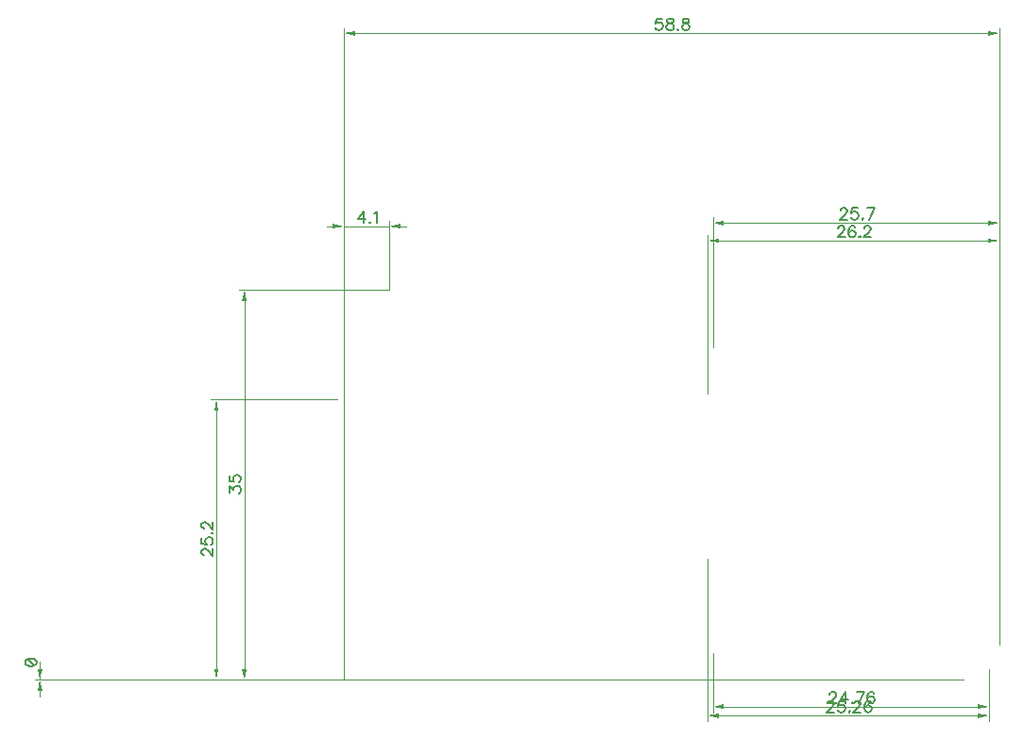
<source format=gbr>
G04 DipTrace 3.1.0.1*
G04 TPA3128D2route.TopDimension.gbr*
%MOIN*%
G04 #@! TF.FileFunction,Drawing,Top*
G04 #@! TF.Part,Single*
%ADD13C,0.001378*%
%ADD71C,0.006176*%
%FSLAX26Y26*%
G04*
G70*
G90*
G75*
G01*
G04 TopDimension*
%LPD*%
X520000Y394016D2*
D13*
X-570551D1*
X2708976D2*
X-570551D1*
X-550866D2*
D3*
Y453071D2*
Y433386D1*
G36*
Y394016D2*
X-558740Y433386D1*
X-542992D1*
X-550866Y394016D1*
G37*
Y334961D2*
D13*
Y354646D1*
G36*
Y394016D2*
X-542992Y354646D1*
X-558740D1*
X-550866Y394016D1*
G37*
Y460180D2*
D13*
Y394016D1*
X520000D2*
Y2697165D1*
X2834961Y520000D2*
Y2697165D1*
X1677480Y2677480D2*
X559370D1*
G36*
X520000D2*
X559370Y2685354D1*
Y2669606D1*
X520000Y2677480D1*
G37*
X1677480D2*
D13*
X2795591D1*
G36*
X2834961D2*
X2795591Y2669606D1*
Y2685354D1*
X2834961Y2677480D1*
G37*
X496378Y1386142D2*
D13*
X51496D1*
X2708976Y394016D2*
X51496D1*
X71181Y890079D2*
Y1346772D1*
G36*
Y1386142D2*
X79055Y1346772D1*
X63307D1*
X71181Y1386142D1*
G37*
Y890079D2*
D13*
Y433386D1*
G36*
Y394016D2*
X63307Y433386D1*
X79055D1*
X71181Y394016D1*
G37*
X681417Y1771969D2*
D13*
X149921D1*
X520000Y394016D2*
X149921D1*
X169606Y1082992D2*
Y1732598D1*
G36*
Y1771969D2*
X177480Y1732598D1*
X161732D1*
X169606Y1771969D1*
G37*
Y1082992D2*
D13*
Y433386D1*
G36*
Y394016D2*
X161732Y433386D1*
X177480D1*
X169606Y394016D1*
G37*
X681417Y1771969D2*
D13*
Y2016063D1*
X520000Y394016D2*
Y2016063D1*
Y1996378D2*
X681417D1*
X460945D2*
X480630D1*
G36*
X520000D2*
X480630Y1988504D1*
Y2004252D1*
X520000Y1996378D1*
G37*
X740472D2*
D13*
X720787D1*
G36*
X681417D2*
X720787Y2004252D1*
Y1988504D1*
X681417Y1996378D1*
G37*
X1823150Y1567244D2*
D13*
Y2027874D1*
X2834961Y520000D2*
Y2027874D1*
X2329055Y2008189D2*
X1862520D1*
G36*
X1823150D2*
X1862520Y2016063D1*
Y2000315D1*
X1823150Y2008189D1*
G37*
X2329055D2*
D13*
X2795591D1*
G36*
X2834961D2*
X2795591Y2000315D1*
Y2016063D1*
X2834961Y2008189D1*
G37*
X1823150Y488504D2*
D13*
Y279843D1*
X2798060Y430916D2*
Y279843D1*
X2310605Y299528D2*
X1862520D1*
G36*
X1823150D2*
X1862520Y307402D1*
Y291654D1*
X1823150Y299528D1*
G37*
X2310605D2*
D13*
X2758690D1*
G36*
X2798060D2*
X2758690Y291654D1*
Y307402D1*
X2798060Y299528D1*
G37*
X1803465Y823150D2*
D13*
Y248346D1*
X2798060Y430916D2*
Y248346D1*
X2300762Y268031D2*
X1842835D1*
G36*
X1803465D2*
X1842835Y275906D1*
Y260157D1*
X1803465Y268031D1*
G37*
X2300762D2*
D13*
X2758690D1*
G36*
X2798060D2*
X2758690Y260157D1*
Y275906D1*
X2798060Y268031D1*
G37*
X1803465Y1405827D2*
D13*
Y1964882D1*
X2834961Y520000D2*
Y1964882D1*
X2319213Y1945197D2*
X1842835D1*
G36*
X1803465D2*
X1842835Y1953071D1*
Y1937323D1*
X1803465Y1945197D1*
G37*
X2319213D2*
D13*
X2795591D1*
G36*
X2834961D2*
X2795591Y1937323D1*
Y1953071D1*
X2834961Y1945197D1*
G37*
X-603225Y454145D2*
D71*
X-601323Y448397D1*
X-595575Y444551D1*
X-586025Y442649D1*
X-580277D1*
X-570726Y444551D1*
X-564978Y448397D1*
X-563077Y454145D1*
Y457948D1*
X-564978Y463696D1*
X-570726Y467499D1*
X-580277Y469444D1*
X-586025D1*
X-595575Y467499D1*
X-601323Y463696D1*
X-603225Y457948D1*
Y454145D1*
X-595575Y467499D2*
X-570726Y444551D1*
X1642918Y2729839D2*
X1623817D1*
X1621915Y2712639D1*
X1623817Y2714540D1*
X1629565Y2716486D1*
X1635269D1*
X1641017Y2714540D1*
X1644863Y2710738D1*
X1646765Y2704990D1*
Y2701187D1*
X1644863Y2695439D1*
X1641017Y2691592D1*
X1635269Y2689691D1*
X1629565D1*
X1623817Y2691592D1*
X1621915Y2693538D1*
X1619970Y2697340D1*
X1668667Y2729839D2*
X1662963Y2727938D1*
X1661017Y2724135D1*
Y2720288D1*
X1662963Y2716486D1*
X1666765Y2714540D1*
X1674415Y2712639D1*
X1680163Y2710738D1*
X1683965Y2706891D1*
X1685866Y2703088D1*
Y2697340D1*
X1683965Y2693538D1*
X1682064Y2691592D1*
X1676316Y2689691D1*
X1668667D1*
X1662963Y2691592D1*
X1661017Y2693538D1*
X1659116Y2697340D1*
Y2703088D1*
X1661017Y2706891D1*
X1664864Y2710738D1*
X1670568Y2712639D1*
X1678217Y2714540D1*
X1682064Y2716486D1*
X1683965Y2720288D1*
Y2724135D1*
X1682064Y2727938D1*
X1676316Y2729839D1*
X1668667D1*
X1700119Y2693538D2*
X1698218Y2691592D1*
X1700119Y2689691D1*
X1702065Y2691592D1*
X1700119Y2693538D1*
X1723967Y2729839D2*
X1718263Y2727938D1*
X1716317Y2724135D1*
Y2720288D1*
X1718263Y2716486D1*
X1722065Y2714540D1*
X1729715Y2712639D1*
X1735463Y2710738D1*
X1739265Y2706891D1*
X1741166Y2703088D1*
Y2697340D1*
X1739265Y2693538D1*
X1737364Y2691592D1*
X1731616Y2689691D1*
X1723967D1*
X1718263Y2691592D1*
X1716317Y2693538D1*
X1714416Y2697340D1*
Y2703088D1*
X1716317Y2706891D1*
X1720164Y2710738D1*
X1725868Y2712639D1*
X1733517Y2714540D1*
X1737364Y2716486D1*
X1739265Y2720288D1*
Y2724135D1*
X1737364Y2727938D1*
X1731616Y2729839D1*
X1723967D1*
X28373Y834470D2*
X26472D1*
X22625Y836371D1*
X20724Y838272D1*
X18823Y842119D1*
Y849768D1*
X20724Y853571D1*
X22625Y855472D1*
X26472Y857418D1*
X30274D1*
X34121Y855472D1*
X39825Y851669D1*
X58970Y832524D1*
Y859319D1*
X18823Y894618D2*
Y875517D1*
X36022Y873616D1*
X34121Y875517D1*
X32176Y881265D1*
Y886969D1*
X34121Y892717D1*
X37924Y896564D1*
X43672Y898465D1*
X47474D1*
X53222Y896564D1*
X57069Y892717D1*
X58970Y886969D1*
Y881265D1*
X57069Y875517D1*
X55124Y873616D1*
X51321Y871670D1*
X55124Y912718D2*
X57069Y910816D1*
X58970Y912718D1*
X57069Y914663D1*
X55124Y912718D1*
X28373Y928960D2*
X26472D1*
X22625Y930861D1*
X20724Y932762D1*
X18823Y936609D1*
Y944258D1*
X20724Y948061D1*
X22625Y949962D1*
X26472Y951908D1*
X30274D1*
X34121Y949962D1*
X39825Y946160D1*
X58970Y927014D1*
Y953809D1*
X117248Y1056956D2*
Y1077959D1*
X132546Y1066507D1*
Y1072255D1*
X134448Y1076058D1*
X136349Y1077959D1*
X142097Y1079904D1*
X145899D1*
X151648Y1077959D1*
X155494Y1074156D1*
X157396Y1068408D1*
Y1062660D1*
X155494Y1056956D1*
X153549Y1055055D1*
X149746Y1053110D1*
X117248Y1115204D2*
Y1096102D1*
X134448Y1094201D1*
X132546Y1096102D1*
X130601Y1101850D1*
Y1107554D1*
X132546Y1113302D1*
X136349Y1117149D1*
X142097Y1119050D1*
X145899D1*
X151648Y1117149D1*
X155494Y1113302D1*
X157396Y1107554D1*
Y1101850D1*
X155494Y1096102D1*
X153549Y1094201D1*
X149746Y1092256D1*
X589522Y2008589D2*
Y2048736D1*
X570376Y2021986D1*
X599072D1*
X613325Y2012435D2*
X611424Y2010490D1*
X613325Y2008589D1*
X615270Y2010490D1*
X613325Y2012435D1*
X627622Y2041087D2*
X631469Y2043033D1*
X637217Y2048736D1*
Y2008589D1*
X2273446Y2050997D2*
Y2052898D1*
X2275347Y2056745D1*
X2277249Y2058646D1*
X2281095Y2060548D1*
X2288745D1*
X2292547Y2058646D1*
X2294448Y2056745D1*
X2296394Y2052898D1*
Y2049096D1*
X2294448Y2045249D1*
X2290646Y2039545D1*
X2271500Y2020400D1*
X2298295D1*
X2333594Y2060548D2*
X2314493D1*
X2312592Y2043348D1*
X2314493Y2045249D1*
X2320241Y2047194D1*
X2325945D1*
X2331693Y2045249D1*
X2335540Y2041446D1*
X2337441Y2035698D1*
Y2031896D1*
X2335540Y2026148D1*
X2331693Y2022301D1*
X2325945Y2020400D1*
X2320241D1*
X2314493Y2022301D1*
X2312592Y2024246D1*
X2310647Y2028049D1*
X2351694Y2024246D2*
X2349793Y2022301D1*
X2351694Y2020400D1*
X2353639Y2022301D1*
X2351694Y2024246D1*
X2373640Y2020400D2*
X2392785Y2060548D1*
X2365991D1*
X2235445Y342336D2*
Y344237D1*
X2237346Y348084D1*
X2239247Y349985D1*
X2243094Y351886D1*
X2250744D1*
X2254546Y349985D1*
X2256447Y348084D1*
X2258393Y344237D1*
Y340434D1*
X2256447Y336587D1*
X2252645Y330884D1*
X2233499Y311738D1*
X2260294D1*
X2291791D2*
Y351886D1*
X2272645Y325136D1*
X2301341D1*
X2315594Y315585D2*
X2313693Y313640D1*
X2315594Y311738D1*
X2317540Y313640D1*
X2315594Y315585D1*
X2337540Y311738D2*
X2356686Y351886D1*
X2329891D1*
X2391985Y346182D2*
X2390084Y349985D1*
X2384336Y351886D1*
X2380533D1*
X2374785Y349985D1*
X2370938Y344237D1*
X2369037Y334686D1*
Y325136D1*
X2370938Y317486D1*
X2374785Y313640D1*
X2380533Y311738D1*
X2382434D1*
X2388138Y313640D1*
X2391985Y317486D1*
X2393886Y323234D1*
Y325136D1*
X2391985Y330884D1*
X2388138Y334686D1*
X2382434Y336587D1*
X2380533D1*
X2374785Y334686D1*
X2370938Y330884D1*
X2369037Y325136D1*
X2226553Y310839D2*
Y312741D1*
X2228454Y316587D1*
X2230356Y318489D1*
X2234202Y320390D1*
X2241852D1*
X2245654Y318489D1*
X2247555Y316587D1*
X2249501Y312741D1*
Y308938D1*
X2247555Y305091D1*
X2243753Y299388D1*
X2224608Y280242D1*
X2251402D1*
X2286702Y320390D2*
X2267600D1*
X2265699Y303190D1*
X2267600Y305091D1*
X2273348Y307037D1*
X2279052D1*
X2284800Y305091D1*
X2288647Y301289D1*
X2290548Y295541D1*
Y291738D1*
X2288647Y285990D1*
X2284800Y282144D1*
X2279052Y280242D1*
X2273348D1*
X2267600Y282144D1*
X2265699Y284089D1*
X2263754Y287892D1*
X2304801Y284089D2*
X2302900Y282144D1*
X2304801Y280242D1*
X2306746Y282144D1*
X2304801Y284089D1*
X2321043Y310839D2*
Y312741D1*
X2322945Y316587D1*
X2324846Y318489D1*
X2328693Y320390D1*
X2336342D1*
X2340144Y318489D1*
X2342046Y316587D1*
X2343991Y312741D1*
Y308938D1*
X2342046Y305091D1*
X2338243Y299388D1*
X2319098Y280242D1*
X2345893D1*
X2381192Y314686D2*
X2379291Y318489D1*
X2373543Y320390D1*
X2369740D1*
X2363992Y318489D1*
X2360145Y312741D1*
X2358244Y303190D1*
Y293640D1*
X2360145Y285990D1*
X2363992Y282144D1*
X2369740Y280242D1*
X2371641D1*
X2377345Y282144D1*
X2381192Y285990D1*
X2383093Y291738D1*
Y293640D1*
X2381192Y299388D1*
X2377345Y303190D1*
X2371641Y305091D1*
X2369740D1*
X2363992Y303190D1*
X2360145Y299388D1*
X2358244Y293640D1*
X2264576Y1988005D2*
Y1989906D1*
X2266477Y1993753D1*
X2268379Y1995654D1*
X2272226Y1997555D1*
X2279875D1*
X2283677Y1995654D1*
X2285579Y1993753D1*
X2287524Y1989906D1*
Y1986104D1*
X2285579Y1982257D1*
X2281776Y1976553D1*
X2262631Y1957408D1*
X2289425D1*
X2324725Y1991852D2*
X2322823Y1995654D1*
X2317075Y1997555D1*
X2313273D1*
X2307525Y1995654D1*
X2303678Y1989906D1*
X2301777Y1980356D1*
Y1970805D1*
X2303678Y1963156D1*
X2307525Y1959309D1*
X2313273Y1957408D1*
X2315174D1*
X2320878Y1959309D1*
X2324725Y1963156D1*
X2326626Y1968904D1*
Y1970805D1*
X2324725Y1976553D1*
X2320878Y1980356D1*
X2315174Y1982257D1*
X2313273D1*
X2307525Y1980356D1*
X2303678Y1976553D1*
X2301777Y1970805D1*
X2340879Y1961254D2*
X2338977Y1959309D1*
X2340879Y1957408D1*
X2342824Y1959309D1*
X2340879Y1961254D1*
X2357121Y1988005D2*
Y1989906D1*
X2359022Y1993753D1*
X2360924Y1995654D1*
X2364770Y1997555D1*
X2372420D1*
X2376222Y1995654D1*
X2378123Y1993753D1*
X2380069Y1989906D1*
Y1986104D1*
X2378123Y1982257D1*
X2374321Y1976553D1*
X2355176Y1957408D1*
X2381970D1*
M02*

</source>
